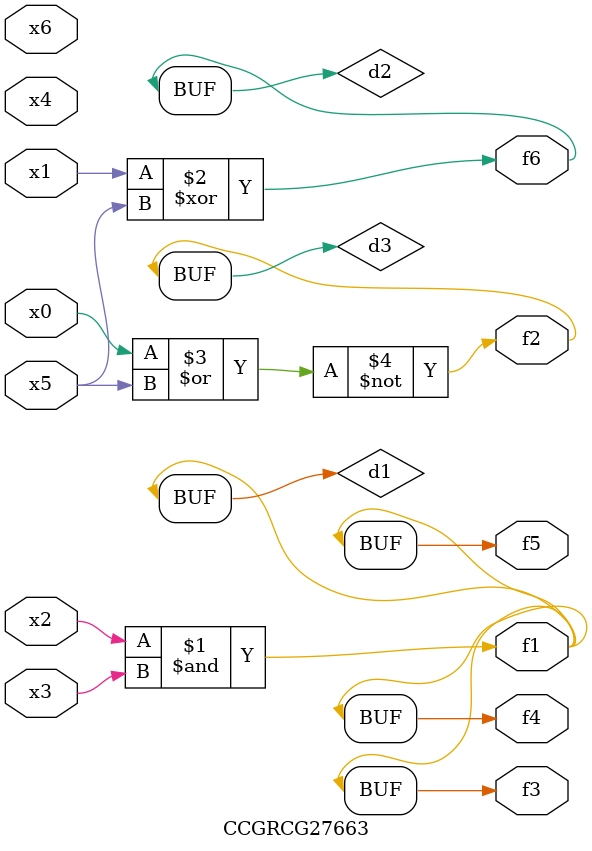
<source format=v>
module CCGRCG27663(
	input x0, x1, x2, x3, x4, x5, x6,
	output f1, f2, f3, f4, f5, f6
);

	wire d1, d2, d3;

	and (d1, x2, x3);
	xor (d2, x1, x5);
	nor (d3, x0, x5);
	assign f1 = d1;
	assign f2 = d3;
	assign f3 = d1;
	assign f4 = d1;
	assign f5 = d1;
	assign f6 = d2;
endmodule

</source>
